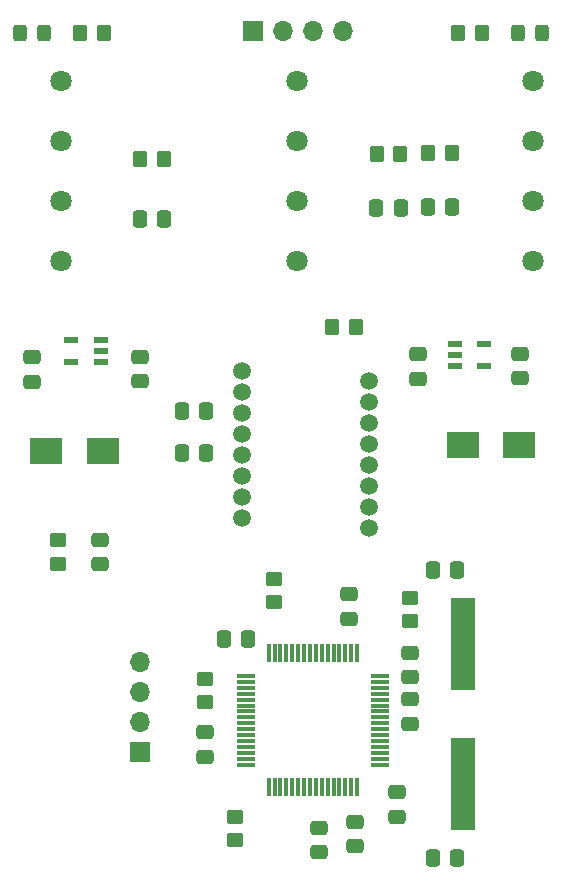
<source format=gbr>
%TF.GenerationSoftware,KiCad,Pcbnew,7.0.8*%
%TF.CreationDate,2024-03-13T16:31:13+02:00*%
%TF.ProjectId,mouse_hardware,6d6f7573-655f-4686-9172-64776172652e,rev?*%
%TF.SameCoordinates,Original*%
%TF.FileFunction,Soldermask,Top*%
%TF.FilePolarity,Negative*%
%FSLAX46Y46*%
G04 Gerber Fmt 4.6, Leading zero omitted, Abs format (unit mm)*
G04 Created by KiCad (PCBNEW 7.0.8) date 2024-03-13 16:31:13*
%MOMM*%
%LPD*%
G01*
G04 APERTURE LIST*
G04 Aperture macros list*
%AMRoundRect*
0 Rectangle with rounded corners*
0 $1 Rounding radius*
0 $2 $3 $4 $5 $6 $7 $8 $9 X,Y pos of 4 corners*
0 Add a 4 corners polygon primitive as box body*
4,1,4,$2,$3,$4,$5,$6,$7,$8,$9,$2,$3,0*
0 Add four circle primitives for the rounded corners*
1,1,$1+$1,$2,$3*
1,1,$1+$1,$4,$5*
1,1,$1+$1,$6,$7*
1,1,$1+$1,$8,$9*
0 Add four rect primitives between the rounded corners*
20,1,$1+$1,$2,$3,$4,$5,0*
20,1,$1+$1,$4,$5,$6,$7,0*
20,1,$1+$1,$6,$7,$8,$9,0*
20,1,$1+$1,$8,$9,$2,$3,0*%
G04 Aperture macros list end*
%ADD10RoundRect,0.250000X0.450000X-0.350000X0.450000X0.350000X-0.450000X0.350000X-0.450000X-0.350000X0*%
%ADD11RoundRect,0.250000X0.475000X-0.337500X0.475000X0.337500X-0.475000X0.337500X-0.475000X-0.337500X0*%
%ADD12RoundRect,0.250000X-0.475000X0.337500X-0.475000X-0.337500X0.475000X-0.337500X0.475000X0.337500X0*%
%ADD13R,2.000000X7.875000*%
%ADD14RoundRect,0.250000X0.337500X0.475000X-0.337500X0.475000X-0.337500X-0.475000X0.337500X-0.475000X0*%
%ADD15RoundRect,0.250000X0.350000X0.450000X-0.350000X0.450000X-0.350000X-0.450000X0.350000X-0.450000X0*%
%ADD16R,1.200000X0.600000*%
%ADD17C,1.800000*%
%ADD18RoundRect,0.250000X-0.350000X-0.450000X0.350000X-0.450000X0.350000X0.450000X-0.350000X0.450000X0*%
%ADD19RoundRect,0.250000X-0.337500X-0.475000X0.337500X-0.475000X0.337500X0.475000X-0.337500X0.475000X0*%
%ADD20R,1.700000X1.700000*%
%ADD21O,1.700000X1.700000*%
%ADD22RoundRect,0.250000X-0.450000X0.350000X-0.450000X-0.350000X0.450000X-0.350000X0.450000X0.350000X0*%
%ADD23R,1.250000X0.600000*%
%ADD24R,2.800000X2.200000*%
%ADD25C,1.504000*%
%ADD26RoundRect,0.250000X0.325000X0.450000X-0.325000X0.450000X-0.325000X-0.450000X0.325000X-0.450000X0*%
%ADD27RoundRect,0.075000X0.700000X0.075000X-0.700000X0.075000X-0.700000X-0.075000X0.700000X-0.075000X0*%
%ADD28RoundRect,0.075000X0.075000X0.700000X-0.075000X0.700000X-0.075000X-0.700000X0.075000X-0.700000X0*%
%ADD29RoundRect,0.250000X-0.325000X-0.450000X0.325000X-0.450000X0.325000X0.450000X-0.325000X0.450000X0*%
G04 APERTURE END LIST*
D10*
%TO.C,R1*%
X31903000Y-89650500D03*
X31903000Y-87650500D03*
%TD*%
D11*
%TO.C,C9*%
X47441000Y-50556000D03*
X47441000Y-48481000D03*
%TD*%
D12*
%TO.C,C16*%
X20517000Y-64207500D03*
X20517000Y-66282500D03*
%TD*%
D11*
%TO.C,C7*%
X29363000Y-82581500D03*
X29363000Y-80506500D03*
%TD*%
D13*
%TO.C,Y1*%
X51207000Y-84920000D03*
X51207000Y-73045000D03*
%TD*%
D14*
%TO.C,C14*%
X50313500Y-36068000D03*
X48238500Y-36068000D03*
%TD*%
D15*
%TO.C,R9*%
X52791000Y-21336000D03*
X50791000Y-21336000D03*
%TD*%
D16*
%TO.C,IC2*%
X20554000Y-49188500D03*
X20554000Y-48238500D03*
X20554000Y-47288500D03*
X18054000Y-47288500D03*
X18054000Y-49188500D03*
%TD*%
D17*
%TO.C,H2*%
X37149000Y-25400000D03*
%TD*%
D10*
%TO.C,R8*%
X46736000Y-71104000D03*
X46736000Y-69104000D03*
%TD*%
D15*
%TO.C,R6*%
X45906500Y-31548000D03*
X43906500Y-31548000D03*
%TD*%
D18*
%TO.C,R11*%
X40148000Y-46228000D03*
X42148000Y-46228000D03*
%TD*%
D17*
%TO.C,S3*%
X37149000Y-30480000D03*
X37149000Y-35560000D03*
X37149000Y-40640000D03*
%TD*%
D12*
%TO.C,C2*%
X46736000Y-77702500D03*
X46736000Y-79777500D03*
%TD*%
D11*
%TO.C,C11*%
X23876000Y-50800000D03*
X23876000Y-48725000D03*
%TD*%
D17*
%TO.C,S2*%
X57149000Y-30480000D03*
X57149000Y-35560000D03*
X57149000Y-40640000D03*
%TD*%
D18*
%TO.C,R10*%
X18828000Y-21336000D03*
X20828000Y-21336000D03*
%TD*%
D12*
%TO.C,C8*%
X42063000Y-88083500D03*
X42063000Y-90158500D03*
%TD*%
D19*
%TO.C,C15*%
X43863500Y-36120000D03*
X45938500Y-36120000D03*
%TD*%
D11*
%TO.C,C10*%
X56077000Y-50534500D03*
X56077000Y-48459500D03*
%TD*%
D20*
%TO.C,J1*%
X33424000Y-21129000D03*
D21*
X35964000Y-21129000D03*
X38504000Y-21129000D03*
X41044000Y-21129000D03*
%TD*%
D15*
%TO.C,R4*%
X25908000Y-32004000D03*
X23908000Y-32004000D03*
%TD*%
D22*
%TO.C,R3*%
X29363000Y-75972000D03*
X29363000Y-77972000D03*
%TD*%
D18*
%TO.C,R5*%
X48281500Y-31496000D03*
X50281500Y-31496000D03*
%TD*%
D23*
%TO.C,IC1*%
X50529000Y-47618500D03*
X50529000Y-48568500D03*
X50529000Y-49518500D03*
X53029000Y-49518500D03*
X53029000Y-47618500D03*
%TD*%
D24*
%TO.C,SW1*%
X51189000Y-56144000D03*
X55989000Y-56144000D03*
%TD*%
D25*
%TO.C,U2*%
X32517000Y-49889000D03*
X32517000Y-51669000D03*
X32517000Y-53449000D03*
X32517000Y-55229000D03*
X32517000Y-57009000D03*
X32517000Y-58789000D03*
X32517000Y-60569000D03*
X32517000Y-62349000D03*
X43217000Y-63239000D03*
X43217000Y-61459000D03*
X43217000Y-59679000D03*
X43217000Y-57899000D03*
X43217000Y-56119000D03*
X43217000Y-54339000D03*
X43217000Y-52559000D03*
X43217000Y-50779000D03*
%TD*%
D14*
%TO.C,C20*%
X29485500Y-56896000D03*
X27410500Y-56896000D03*
%TD*%
D12*
%TO.C,C3*%
X45619000Y-85565000D03*
X45619000Y-87640000D03*
%TD*%
D14*
%TO.C,C5*%
X33041500Y-72644000D03*
X30966500Y-72644000D03*
%TD*%
D10*
%TO.C,R7*%
X16961000Y-66266500D03*
X16961000Y-64266500D03*
%TD*%
D11*
%TO.C,C12*%
X14732000Y-50821500D03*
X14732000Y-48746500D03*
%TD*%
D17*
%TO.C,H1*%
X57149000Y-25400000D03*
%TD*%
D12*
%TO.C,C4*%
X39015000Y-88591500D03*
X39015000Y-90666500D03*
%TD*%
D10*
%TO.C,R2*%
X35250000Y-69500000D03*
X35250000Y-67500000D03*
%TD*%
D14*
%TO.C,C19*%
X29485500Y-53340000D03*
X27410500Y-53340000D03*
%TD*%
%TO.C,C18*%
X50720500Y-66790500D03*
X48645500Y-66790500D03*
%TD*%
D11*
%TO.C,C6*%
X41555000Y-70876000D03*
X41555000Y-68801000D03*
%TD*%
%TO.C,C1*%
X46760000Y-75827500D03*
X46760000Y-73752500D03*
%TD*%
D24*
%TO.C,SW5*%
X20745000Y-56652000D03*
X15945000Y-56652000D03*
%TD*%
D19*
%TO.C,C13*%
X23833000Y-37084000D03*
X25908000Y-37084000D03*
%TD*%
D26*
%TO.C,D2*%
X15773000Y-21336000D03*
X13723000Y-21336000D03*
%TD*%
D27*
%TO.C,U1*%
X44182000Y-83240500D03*
X44182000Y-82740500D03*
X44182000Y-82240500D03*
X44182000Y-81740500D03*
X44182000Y-81240500D03*
X44182000Y-80740500D03*
X44182000Y-80240500D03*
X44182000Y-79740500D03*
X44182000Y-79240500D03*
X44182000Y-78740500D03*
X44182000Y-78240500D03*
X44182000Y-77740500D03*
X44182000Y-77240500D03*
X44182000Y-76740500D03*
X44182000Y-76240500D03*
X44182000Y-75740500D03*
D28*
X42257000Y-73815500D03*
X41757000Y-73815500D03*
X41257000Y-73815500D03*
X40757000Y-73815500D03*
X40257000Y-73815500D03*
X39757000Y-73815500D03*
X39257000Y-73815500D03*
X38757000Y-73815500D03*
X38257000Y-73815500D03*
X37757000Y-73815500D03*
X37257000Y-73815500D03*
X36757000Y-73815500D03*
X36257000Y-73815500D03*
X35757000Y-73815500D03*
X35257000Y-73815500D03*
X34757000Y-73815500D03*
D27*
X32832000Y-75740500D03*
X32832000Y-76240500D03*
X32832000Y-76740500D03*
X32832000Y-77240500D03*
X32832000Y-77740500D03*
X32832000Y-78240500D03*
X32832000Y-78740500D03*
X32832000Y-79240500D03*
X32832000Y-79740500D03*
X32832000Y-80240500D03*
X32832000Y-80740500D03*
X32832000Y-81240500D03*
X32832000Y-81740500D03*
X32832000Y-82240500D03*
X32832000Y-82740500D03*
X32832000Y-83240500D03*
D28*
X34757000Y-85165500D03*
X35257000Y-85165500D03*
X35757000Y-85165500D03*
X36257000Y-85165500D03*
X36757000Y-85165500D03*
X37257000Y-85165500D03*
X37757000Y-85165500D03*
X38257000Y-85165500D03*
X38757000Y-85165500D03*
X39257000Y-85165500D03*
X39757000Y-85165500D03*
X40257000Y-85165500D03*
X40757000Y-85165500D03*
X41257000Y-85165500D03*
X41757000Y-85165500D03*
X42257000Y-85165500D03*
%TD*%
D20*
%TO.C,J2*%
X23866000Y-82156000D03*
D21*
X23866000Y-79616000D03*
X23866000Y-77076000D03*
X23866000Y-74536000D03*
%TD*%
D17*
%TO.C,S1*%
X17149000Y-30480000D03*
X17149000Y-35560000D03*
X17149000Y-40640000D03*
%TD*%
%TO.C,H3*%
X17149000Y-25400000D03*
%TD*%
D14*
%TO.C,C17*%
X50742000Y-91174500D03*
X48667000Y-91174500D03*
%TD*%
D29*
%TO.C,D1*%
X55862000Y-21336000D03*
X57912000Y-21336000D03*
%TD*%
M02*

</source>
